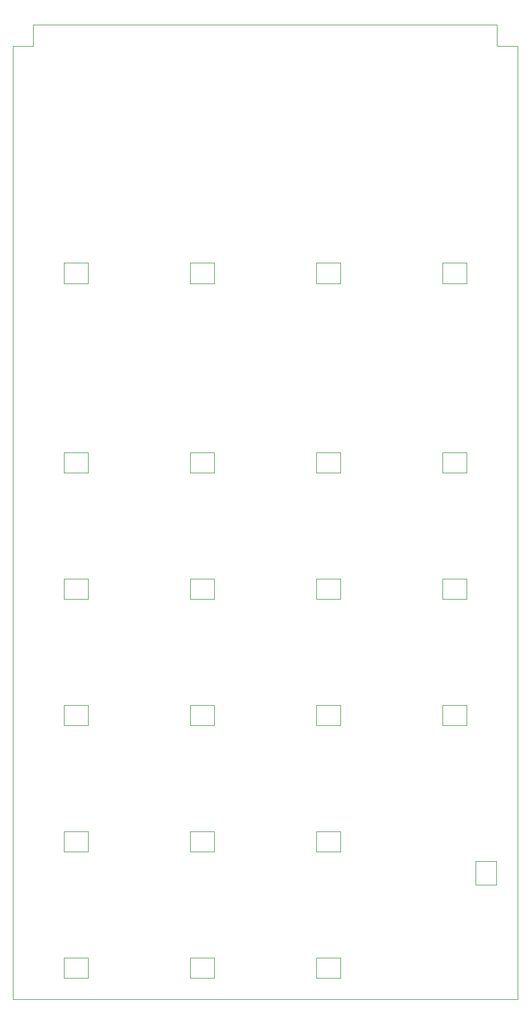
<source format=gbr>
%TF.GenerationSoftware,KiCad,Pcbnew,(6.99.0-222-g367431f825)*%
%TF.CreationDate,2022-01-14T00:46:19+01:00*%
%TF.ProjectId,usbhub-macropad,75736268-7562-42d6-9d61-63726f706164,rev?*%
%TF.SameCoordinates,Original*%
%TF.FileFunction,Profile,NP*%
%FSLAX46Y46*%
G04 Gerber Fmt 4.6, Leading zero omitted, Abs format (unit mm)*
G04 Created by KiCad (PCBNEW (6.99.0-222-g367431f825)) date 2022-01-14 00:46:19*
%MOMM*%
%LPD*%
G01*
G04 APERTURE LIST*
%TA.AperFunction,Profile*%
%ADD10C,0.050000*%
%TD*%
%TA.AperFunction,Profile*%
%ADD11C,0.120000*%
%TD*%
G04 APERTURE END LIST*
D10*
X100156250Y-22218750D02*
X100156250Y-166043750D01*
X100156250Y-166043750D02*
X176356250Y-166043750D01*
X176356250Y-166043750D02*
X176356250Y-22218750D01*
X176356250Y-22218750D02*
X173256250Y-22218750D01*
X103256250Y-22218750D02*
X103256250Y-19018750D01*
X173256250Y-19018750D02*
X173256250Y-22218750D01*
X103256250Y-19018750D02*
X173256250Y-19018750D01*
X100156250Y-22218750D02*
X103256250Y-22218750D01*
D11*
%TO.C,LED0\u002C0*%
X111480000Y-58052500D02*
X107880000Y-58052500D01*
X111480000Y-54952500D02*
X111480000Y-58052500D01*
X107880000Y-58052500D02*
X107880000Y-54952500D01*
X107880000Y-54952500D02*
X111480000Y-54952500D01*
%TO.C,LED0\u002C1*%
X130530000Y-58052500D02*
X126930000Y-58052500D01*
X130530000Y-54952500D02*
X130530000Y-58052500D01*
X126930000Y-58052500D02*
X126930000Y-54952500D01*
X126930000Y-54952500D02*
X130530000Y-54952500D01*
%TO.C,LED0\u002C2*%
X149580000Y-58052500D02*
X145980000Y-58052500D01*
X149580000Y-54952500D02*
X149580000Y-58052500D01*
X145980000Y-58052500D02*
X145980000Y-54952500D01*
X145980000Y-54952500D02*
X149580000Y-54952500D01*
%TO.C,LED0\u002C3*%
X168630000Y-58052500D02*
X165030000Y-58052500D01*
X168630000Y-54952500D02*
X168630000Y-58052500D01*
X165030000Y-58052500D02*
X165030000Y-54952500D01*
X165030000Y-54952500D02*
X168630000Y-54952500D01*
%TO.C,LED1\u002C0*%
X107880000Y-83527500D02*
X111480000Y-83527500D01*
X107880000Y-86627500D02*
X107880000Y-83527500D01*
X111480000Y-83527500D02*
X111480000Y-86627500D01*
X111480000Y-86627500D02*
X107880000Y-86627500D01*
%TO.C,LED1\u002C1*%
X126930000Y-83527500D02*
X130530000Y-83527500D01*
X126930000Y-86627500D02*
X126930000Y-83527500D01*
X130530000Y-83527500D02*
X130530000Y-86627500D01*
X130530000Y-86627500D02*
X126930000Y-86627500D01*
%TO.C,LED1\u002C2*%
X145980000Y-83527500D02*
X149580000Y-83527500D01*
X145980000Y-86627500D02*
X145980000Y-83527500D01*
X149580000Y-83527500D02*
X149580000Y-86627500D01*
X149580000Y-86627500D02*
X145980000Y-86627500D01*
%TO.C,LED2\u002C0*%
X168630000Y-105677500D02*
X165030000Y-105677500D01*
X168630000Y-102577500D02*
X168630000Y-105677500D01*
X165030000Y-105677500D02*
X165030000Y-102577500D01*
X165030000Y-102577500D02*
X168630000Y-102577500D01*
%TO.C,LED2\u002C1*%
X149580000Y-105677500D02*
X145980000Y-105677500D01*
X149580000Y-102577500D02*
X149580000Y-105677500D01*
X145980000Y-105677500D02*
X145980000Y-102577500D01*
X145980000Y-102577500D02*
X149580000Y-102577500D01*
%TO.C,LED2\u002C2*%
X130530000Y-105677500D02*
X126930000Y-105677500D01*
X130530000Y-102577500D02*
X130530000Y-105677500D01*
X126930000Y-105677500D02*
X126930000Y-102577500D01*
X126930000Y-102577500D02*
X130530000Y-102577500D01*
%TO.C,LED2\u002C3*%
X111480000Y-105677500D02*
X107880000Y-105677500D01*
X111480000Y-102577500D02*
X111480000Y-105677500D01*
X107880000Y-105677500D02*
X107880000Y-102577500D01*
X107880000Y-102577500D02*
X111480000Y-102577500D01*
%TO.C,LED3\u002C3*%
X165030000Y-121627500D02*
X168630000Y-121627500D01*
X165030000Y-124727500D02*
X165030000Y-121627500D01*
X168630000Y-121627500D02*
X168630000Y-124727500D01*
X168630000Y-124727500D02*
X165030000Y-124727500D01*
%TO.C,LED3\u002C0*%
X107880000Y-121627500D02*
X111480000Y-121627500D01*
X107880000Y-124727500D02*
X107880000Y-121627500D01*
X111480000Y-121627500D02*
X111480000Y-124727500D01*
X111480000Y-124727500D02*
X107880000Y-124727500D01*
%TO.C,LED3\u002C1*%
X126930000Y-121627500D02*
X130530000Y-121627500D01*
X126930000Y-124727500D02*
X126930000Y-121627500D01*
X130530000Y-121627500D02*
X130530000Y-124727500D01*
X130530000Y-124727500D02*
X126930000Y-124727500D01*
%TO.C,LED3\u002C2*%
X145980000Y-121627500D02*
X149580000Y-121627500D01*
X145980000Y-124727500D02*
X145980000Y-121627500D01*
X149580000Y-121627500D02*
X149580000Y-124727500D01*
X149580000Y-124727500D02*
X145980000Y-124727500D01*
%TO.C,LED4\u002C0*%
X173142500Y-145190000D02*
X173142500Y-148790000D01*
X170042500Y-145190000D02*
X173142500Y-145190000D01*
X173142500Y-148790000D02*
X170042500Y-148790000D01*
X170042500Y-148790000D02*
X170042500Y-145190000D01*
%TO.C,LED4\u002C1*%
X149580000Y-143777500D02*
X145980000Y-143777500D01*
X149580000Y-140677500D02*
X149580000Y-143777500D01*
X145980000Y-143777500D02*
X145980000Y-140677500D01*
X145980000Y-140677500D02*
X149580000Y-140677500D01*
%TO.C,LED4\u002C2*%
X130530000Y-143777500D02*
X126930000Y-143777500D01*
X130530000Y-140677500D02*
X130530000Y-143777500D01*
X126930000Y-143777500D02*
X126930000Y-140677500D01*
X126930000Y-140677500D02*
X130530000Y-140677500D01*
%TO.C,LED4\u002C3*%
X111480000Y-143777500D02*
X107880000Y-143777500D01*
X111480000Y-140677500D02*
X111480000Y-143777500D01*
X107880000Y-143777500D02*
X107880000Y-140677500D01*
X107880000Y-140677500D02*
X111480000Y-140677500D01*
%TO.C,LED5\u002C0*%
X107880000Y-159727500D02*
X111480000Y-159727500D01*
X107880000Y-162827500D02*
X107880000Y-159727500D01*
X111480000Y-159727500D02*
X111480000Y-162827500D01*
X111480000Y-162827500D02*
X107880000Y-162827500D01*
%TO.C,LED5\u002C1*%
X126930000Y-159727500D02*
X130530000Y-159727500D01*
X126930000Y-162827500D02*
X126930000Y-159727500D01*
X130530000Y-159727500D02*
X130530000Y-162827500D01*
X130530000Y-162827500D02*
X126930000Y-162827500D01*
%TO.C,LED5\u002C2*%
X145980000Y-159727500D02*
X149580000Y-159727500D01*
X145980000Y-162827500D02*
X145980000Y-159727500D01*
X149580000Y-159727500D02*
X149580000Y-162827500D01*
X149580000Y-162827500D02*
X145980000Y-162827500D01*
%TO.C,LED1\u002C3*%
X165030000Y-83527500D02*
X168630000Y-83527500D01*
X165030000Y-86627500D02*
X165030000Y-83527500D01*
X168630000Y-83527500D02*
X168630000Y-86627500D01*
X168630000Y-86627500D02*
X165030000Y-86627500D01*
%TD*%
M02*

</source>
